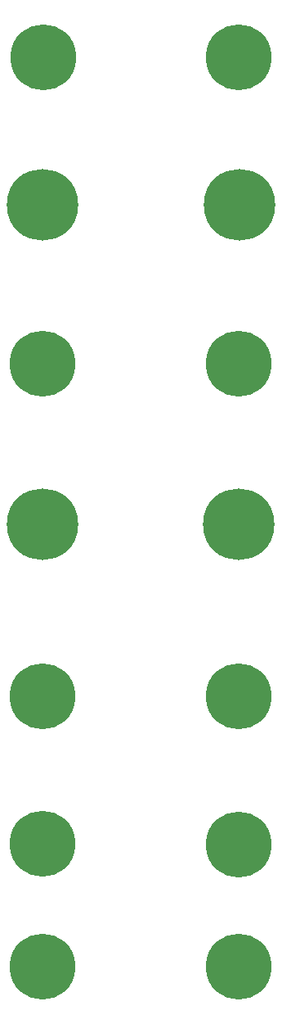
<source format=gbr>
%TF.GenerationSoftware,KiCad,Pcbnew,(6.0.7)*%
%TF.CreationDate,2022-08-19T18:02:00+02:00*%
%TF.ProjectId,faceplate,66616365-706c-4617-9465-2e6b69636164,rev?*%
%TF.SameCoordinates,Original*%
%TF.FileFunction,Soldermask,Top*%
%TF.FilePolarity,Negative*%
%FSLAX46Y46*%
G04 Gerber Fmt 4.6, Leading zero omitted, Abs format (unit mm)*
G04 Created by KiCad (PCBNEW (6.0.7)) date 2022-08-19 18:02:00*
%MOMM*%
%LPD*%
G01*
G04 APERTURE LIST*
%ADD10C,6.400000*%
%ADD11C,6.800000*%
%ADD12C,7.200000*%
%ADD13C,7.400000*%
G04 APERTURE END LIST*
D10*
%TO.C,REF\u002A\u002A*%
X116580000Y-137050000D03*
D11*
X116580000Y-137050000D03*
%TD*%
D10*
%TO.C,REF\u002A\u002A*%
X136910000Y-149740000D03*
D11*
X136910000Y-149740000D03*
%TD*%
D10*
%TO.C,REF\u002A\u002A*%
X116590000Y-149740000D03*
D11*
X116590000Y-149740000D03*
%TD*%
D10*
%TO.C,REF\u002A\u002A*%
X136920000Y-137090000D03*
D11*
X136920000Y-137090000D03*
%TD*%
D10*
%TO.C,REF\u002A\u002A*%
X136910000Y-121820000D03*
D11*
X136910000Y-121820000D03*
%TD*%
D10*
%TO.C,REF\u002A\u002A*%
X116600000Y-121830000D03*
D11*
X116600000Y-121830000D03*
%TD*%
D12*
%TO.C,GND*%
X136900000Y-104030000D03*
D13*
X136900000Y-104030000D03*
%TD*%
D12*
%TO.C,GND*%
X116590000Y-104010000D03*
D13*
X116590000Y-104010000D03*
%TD*%
D10*
%TO.C,REF\u002A\u002A*%
X116580000Y-87450000D03*
D11*
X116580000Y-87450000D03*
%TD*%
D10*
%TO.C,REF\u002A\u002A*%
X136920000Y-87420000D03*
D11*
X136920000Y-87420000D03*
%TD*%
D10*
%TO.C,REF\u002A\u002A*%
X136900000Y-55760000D03*
D11*
X136900000Y-55760000D03*
%TD*%
D10*
%TO.C,REF\u002A\u002A*%
X116640000Y-55760000D03*
D11*
X116640000Y-55760000D03*
%TD*%
D12*
%TO.C,GND*%
X116580000Y-71030000D03*
D13*
X116580000Y-71030000D03*
%TD*%
D12*
%TO.C,GND*%
X136980000Y-71010000D03*
D13*
X136980000Y-71010000D03*
%TD*%
M02*

</source>
